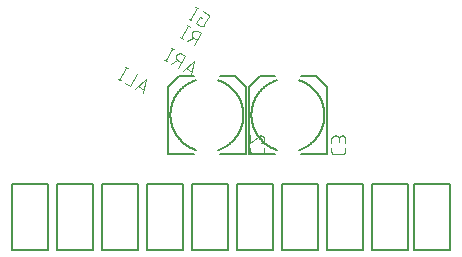
<source format=gbo>
G04 EAGLE Gerber RS-274X export*
G75*
%MOMM*%
%FSLAX34Y34*%
%LPD*%
%INBottom Silkscreen*%
%IPPOS*%
%AMOC8*
5,1,8,0,0,1.08239X$1,22.5*%
G01*
%ADD10C,0.152400*%
%ADD11C,0.203200*%
%ADD12C,0.101600*%


D10*
X0Y43180D02*
X30480Y43180D01*
X30480Y-12700D01*
X0Y-12700D01*
X0Y43180D01*
X38100Y43180D02*
X68580Y43180D01*
X68580Y-12700D01*
X38100Y-12700D01*
X38100Y43180D01*
X76200Y43180D02*
X106680Y43180D01*
X106680Y-12700D01*
X76200Y-12700D01*
X76200Y43180D01*
X114300Y43180D02*
X144780Y43180D01*
X144780Y-12700D01*
X114300Y-12700D01*
X114300Y43180D01*
X152400Y43180D02*
X182880Y43180D01*
X182880Y-12700D01*
X152400Y-12700D01*
X152400Y43180D01*
X190500Y43180D02*
X220980Y43180D01*
X220980Y-12700D01*
X190500Y-12700D01*
X190500Y43180D01*
X228600Y43180D02*
X259080Y43180D01*
X259080Y-12700D01*
X228600Y-12700D01*
X228600Y43180D01*
X266700Y43180D02*
X297180Y43180D01*
X297180Y-12700D01*
X266700Y-12700D01*
X266700Y43180D01*
X304800Y43180D02*
X335280Y43180D01*
X335280Y-12700D01*
X304800Y-12700D01*
X304800Y43180D01*
X340360Y43180D02*
X370840Y43180D01*
X370840Y-12700D01*
X340360Y-12700D01*
X340360Y43180D01*
D11*
X132100Y68600D02*
X132100Y125600D01*
X132100Y68600D02*
X154100Y68600D01*
X176100Y68600D02*
X198100Y68600D01*
X198100Y125600D01*
X189100Y134600D02*
X176100Y134600D01*
X154100Y134600D02*
X141100Y134600D01*
X132100Y125600D01*
X189100Y134600D02*
X198100Y125600D01*
X155600Y131099D02*
X154886Y130859D01*
X154178Y130602D01*
X153477Y130327D01*
X152782Y130035D01*
X152095Y129727D01*
X151416Y129402D01*
X150744Y129060D01*
X150082Y128702D01*
X149428Y128328D01*
X148783Y127939D01*
X148148Y127533D01*
X147523Y127113D01*
X146909Y126677D01*
X146305Y126226D01*
X145713Y125761D01*
X145132Y125282D01*
X144563Y124788D01*
X144006Y124281D01*
X143461Y123760D01*
X142930Y123227D01*
X142411Y122680D01*
X141907Y122121D01*
X141415Y121550D01*
X140938Y120967D01*
X140476Y120373D01*
X140027Y119767D01*
X139594Y119151D01*
X139176Y118525D01*
X138773Y117888D01*
X138386Y117242D01*
X138015Y116587D01*
X137660Y115922D01*
X137321Y115250D01*
X136999Y114569D01*
X136693Y113880D01*
X136404Y113185D01*
X136132Y112482D01*
X135878Y111773D01*
X135640Y111058D01*
X135421Y110338D01*
X135218Y109612D01*
X135034Y108882D01*
X134867Y108147D01*
X134719Y107409D01*
X134588Y106667D01*
X134476Y105922D01*
X134381Y105175D01*
X134305Y104425D01*
X134248Y103674D01*
X134208Y102922D01*
X134187Y102169D01*
X134184Y101416D01*
X134200Y100663D01*
X134234Y99910D01*
X134286Y99159D01*
X134356Y98409D01*
X134445Y97661D01*
X134552Y96915D01*
X134677Y96173D01*
X134820Y95433D01*
X134981Y94697D01*
X135160Y93966D01*
X135357Y93238D01*
X135572Y92516D01*
X135804Y91800D01*
X136053Y91089D01*
X136320Y90384D01*
X136603Y89687D01*
X136904Y88996D01*
X137221Y88313D01*
X137555Y87638D01*
X137905Y86971D01*
X138272Y86313D01*
X138654Y85664D01*
X139052Y85024D01*
X139465Y84394D01*
X139894Y83775D01*
X140338Y83166D01*
X140796Y82568D01*
X141269Y81982D01*
X141756Y81407D01*
X142256Y80845D01*
X142771Y80294D01*
X143298Y79757D01*
X143839Y79232D01*
X144392Y78721D01*
X144957Y78223D01*
X145535Y77739D01*
X146124Y77270D01*
X146724Y76815D01*
X147335Y76374D01*
X147957Y75949D01*
X148589Y75539D01*
X149230Y75145D01*
X149882Y74766D01*
X150542Y74403D01*
X151211Y74057D01*
X151888Y73726D01*
X152572Y73413D01*
X153265Y73116D01*
X153964Y72836D01*
X154670Y72573D01*
X155382Y72328D01*
X156100Y72100D01*
X174600Y72101D02*
X175314Y72341D01*
X176022Y72598D01*
X176723Y72873D01*
X177418Y73165D01*
X178105Y73473D01*
X178784Y73798D01*
X179456Y74140D01*
X180118Y74498D01*
X180772Y74872D01*
X181417Y75261D01*
X182052Y75667D01*
X182677Y76087D01*
X183291Y76523D01*
X183895Y76974D01*
X184487Y77439D01*
X185068Y77918D01*
X185637Y78412D01*
X186194Y78919D01*
X186739Y79440D01*
X187270Y79973D01*
X187789Y80520D01*
X188293Y81079D01*
X188785Y81650D01*
X189262Y82233D01*
X189724Y82827D01*
X190173Y83433D01*
X190606Y84049D01*
X191024Y84675D01*
X191427Y85312D01*
X191814Y85958D01*
X192185Y86613D01*
X192540Y87278D01*
X192879Y87950D01*
X193201Y88631D01*
X193507Y89320D01*
X193796Y90015D01*
X194068Y90718D01*
X194322Y91427D01*
X194560Y92142D01*
X194779Y92862D01*
X194982Y93588D01*
X195166Y94318D01*
X195333Y95053D01*
X195481Y95791D01*
X195612Y96533D01*
X195724Y97278D01*
X195819Y98025D01*
X195895Y98775D01*
X195952Y99526D01*
X195992Y100278D01*
X196013Y101031D01*
X196016Y101784D01*
X196000Y102537D01*
X195966Y103290D01*
X195914Y104041D01*
X195844Y104791D01*
X195755Y105539D01*
X195648Y106285D01*
X195523Y107027D01*
X195380Y107767D01*
X195219Y108503D01*
X195040Y109234D01*
X194843Y109962D01*
X194628Y110684D01*
X194396Y111400D01*
X194147Y112111D01*
X193880Y112816D01*
X193597Y113513D01*
X193296Y114204D01*
X192979Y114887D01*
X192645Y115562D01*
X192295Y116229D01*
X191928Y116887D01*
X191546Y117536D01*
X191148Y118176D01*
X190735Y118806D01*
X190306Y119425D01*
X189862Y120034D01*
X189404Y120632D01*
X188931Y121218D01*
X188444Y121793D01*
X187944Y122355D01*
X187429Y122906D01*
X186902Y123443D01*
X186361Y123968D01*
X185808Y124479D01*
X185243Y124977D01*
X184665Y125461D01*
X184076Y125930D01*
X183476Y126385D01*
X182865Y126826D01*
X182243Y127251D01*
X181611Y127661D01*
X180970Y128055D01*
X180318Y128434D01*
X179658Y128797D01*
X178989Y129143D01*
X178312Y129474D01*
X177628Y129787D01*
X176935Y130084D01*
X176236Y130364D01*
X175530Y130627D01*
X174818Y130872D01*
X174100Y131100D01*
D12*
X201908Y73401D02*
X201908Y70804D01*
X201910Y70705D01*
X201916Y70605D01*
X201925Y70506D01*
X201938Y70408D01*
X201955Y70310D01*
X201976Y70212D01*
X202001Y70116D01*
X202029Y70021D01*
X202061Y69927D01*
X202096Y69834D01*
X202135Y69742D01*
X202178Y69652D01*
X202223Y69564D01*
X202273Y69477D01*
X202325Y69393D01*
X202381Y69310D01*
X202439Y69230D01*
X202501Y69152D01*
X202566Y69077D01*
X202634Y69004D01*
X202704Y68934D01*
X202777Y68866D01*
X202852Y68801D01*
X202930Y68739D01*
X203010Y68681D01*
X203093Y68625D01*
X203177Y68573D01*
X203264Y68523D01*
X203352Y68478D01*
X203442Y68435D01*
X203534Y68396D01*
X203627Y68361D01*
X203721Y68329D01*
X203816Y68301D01*
X203912Y68276D01*
X204010Y68255D01*
X204108Y68238D01*
X204206Y68225D01*
X204305Y68216D01*
X204405Y68210D01*
X204504Y68208D01*
X210996Y68208D01*
X211095Y68210D01*
X211195Y68216D01*
X211294Y68225D01*
X211392Y68238D01*
X211490Y68255D01*
X211588Y68276D01*
X211684Y68301D01*
X211779Y68329D01*
X211873Y68361D01*
X211966Y68396D01*
X212058Y68435D01*
X212148Y68478D01*
X212236Y68523D01*
X212323Y68573D01*
X212407Y68625D01*
X212490Y68681D01*
X212570Y68739D01*
X212648Y68801D01*
X212723Y68866D01*
X212796Y68934D01*
X212866Y69004D01*
X212934Y69077D01*
X212999Y69152D01*
X213061Y69230D01*
X213119Y69310D01*
X213175Y69393D01*
X213227Y69477D01*
X213277Y69564D01*
X213322Y69652D01*
X213365Y69742D01*
X213404Y69834D01*
X213439Y69926D01*
X213471Y70021D01*
X213499Y70116D01*
X213524Y70212D01*
X213545Y70310D01*
X213562Y70408D01*
X213575Y70506D01*
X213584Y70605D01*
X213590Y70705D01*
X213592Y70804D01*
X213592Y73401D01*
X213592Y81336D02*
X213590Y81443D01*
X213584Y81549D01*
X213574Y81655D01*
X213561Y81761D01*
X213543Y81867D01*
X213522Y81971D01*
X213497Y82075D01*
X213468Y82178D01*
X213436Y82279D01*
X213399Y82379D01*
X213359Y82478D01*
X213316Y82576D01*
X213269Y82672D01*
X213218Y82766D01*
X213164Y82858D01*
X213107Y82948D01*
X213047Y83036D01*
X212983Y83121D01*
X212916Y83204D01*
X212846Y83285D01*
X212774Y83363D01*
X212698Y83439D01*
X212620Y83511D01*
X212539Y83581D01*
X212456Y83648D01*
X212371Y83712D01*
X212283Y83772D01*
X212193Y83829D01*
X212101Y83883D01*
X212007Y83934D01*
X211911Y83981D01*
X211813Y84024D01*
X211714Y84064D01*
X211614Y84101D01*
X211513Y84133D01*
X211410Y84162D01*
X211306Y84187D01*
X211202Y84208D01*
X211096Y84226D01*
X210990Y84239D01*
X210884Y84249D01*
X210778Y84255D01*
X210671Y84257D01*
X213592Y81336D02*
X213590Y81215D01*
X213584Y81094D01*
X213574Y80974D01*
X213561Y80853D01*
X213543Y80734D01*
X213522Y80614D01*
X213497Y80496D01*
X213468Y80379D01*
X213435Y80262D01*
X213399Y80147D01*
X213358Y80033D01*
X213315Y79920D01*
X213267Y79808D01*
X213216Y79699D01*
X213161Y79591D01*
X213103Y79484D01*
X213042Y79380D01*
X212977Y79278D01*
X212909Y79178D01*
X212838Y79080D01*
X212764Y78984D01*
X212687Y78891D01*
X212606Y78801D01*
X212523Y78713D01*
X212437Y78628D01*
X212348Y78545D01*
X212257Y78466D01*
X212163Y78389D01*
X212067Y78316D01*
X211969Y78246D01*
X211868Y78179D01*
X211765Y78115D01*
X211660Y78055D01*
X211553Y77998D01*
X211445Y77944D01*
X211335Y77894D01*
X211223Y77848D01*
X211110Y77805D01*
X210995Y77766D01*
X208399Y83284D02*
X208476Y83363D01*
X208557Y83439D01*
X208640Y83512D01*
X208725Y83582D01*
X208813Y83649D01*
X208903Y83713D01*
X208995Y83773D01*
X209090Y83830D01*
X209186Y83884D01*
X209284Y83935D01*
X209384Y83982D01*
X209486Y84026D01*
X209589Y84066D01*
X209693Y84102D01*
X209799Y84134D01*
X209905Y84163D01*
X210013Y84188D01*
X210121Y84210D01*
X210231Y84227D01*
X210340Y84241D01*
X210450Y84250D01*
X210561Y84256D01*
X210671Y84258D01*
X208399Y83284D02*
X201908Y77766D01*
X201908Y84257D01*
D11*
X200680Y68600D02*
X200680Y125600D01*
X200680Y68600D02*
X222680Y68600D01*
X244680Y68600D02*
X266680Y68600D01*
X266680Y125600D01*
X257680Y134600D02*
X244680Y134600D01*
X222680Y134600D02*
X209680Y134600D01*
X200680Y125600D01*
X257680Y134600D02*
X266680Y125600D01*
X224180Y131099D02*
X223466Y130859D01*
X222758Y130602D01*
X222057Y130327D01*
X221362Y130035D01*
X220675Y129727D01*
X219996Y129402D01*
X219324Y129060D01*
X218662Y128702D01*
X218008Y128328D01*
X217363Y127939D01*
X216728Y127533D01*
X216103Y127113D01*
X215489Y126677D01*
X214885Y126226D01*
X214293Y125761D01*
X213712Y125282D01*
X213143Y124788D01*
X212586Y124281D01*
X212041Y123760D01*
X211510Y123227D01*
X210991Y122680D01*
X210487Y122121D01*
X209995Y121550D01*
X209518Y120967D01*
X209056Y120373D01*
X208607Y119767D01*
X208174Y119151D01*
X207756Y118525D01*
X207353Y117888D01*
X206966Y117242D01*
X206595Y116587D01*
X206240Y115922D01*
X205901Y115250D01*
X205579Y114569D01*
X205273Y113880D01*
X204984Y113185D01*
X204712Y112482D01*
X204458Y111773D01*
X204220Y111058D01*
X204001Y110338D01*
X203798Y109612D01*
X203614Y108882D01*
X203447Y108147D01*
X203299Y107409D01*
X203168Y106667D01*
X203056Y105922D01*
X202961Y105175D01*
X202885Y104425D01*
X202828Y103674D01*
X202788Y102922D01*
X202767Y102169D01*
X202764Y101416D01*
X202780Y100663D01*
X202814Y99910D01*
X202866Y99159D01*
X202936Y98409D01*
X203025Y97661D01*
X203132Y96915D01*
X203257Y96173D01*
X203400Y95433D01*
X203561Y94697D01*
X203740Y93966D01*
X203937Y93238D01*
X204152Y92516D01*
X204384Y91800D01*
X204633Y91089D01*
X204900Y90384D01*
X205183Y89687D01*
X205484Y88996D01*
X205801Y88313D01*
X206135Y87638D01*
X206485Y86971D01*
X206852Y86313D01*
X207234Y85664D01*
X207632Y85024D01*
X208045Y84394D01*
X208474Y83775D01*
X208918Y83166D01*
X209376Y82568D01*
X209849Y81982D01*
X210336Y81407D01*
X210836Y80845D01*
X211351Y80294D01*
X211878Y79757D01*
X212419Y79232D01*
X212972Y78721D01*
X213537Y78223D01*
X214115Y77739D01*
X214704Y77270D01*
X215304Y76815D01*
X215915Y76374D01*
X216537Y75949D01*
X217169Y75539D01*
X217810Y75145D01*
X218462Y74766D01*
X219122Y74403D01*
X219791Y74057D01*
X220468Y73726D01*
X221152Y73413D01*
X221845Y73116D01*
X222544Y72836D01*
X223250Y72573D01*
X223962Y72328D01*
X224680Y72100D01*
X243180Y72101D02*
X243894Y72341D01*
X244602Y72598D01*
X245303Y72873D01*
X245998Y73165D01*
X246685Y73473D01*
X247364Y73798D01*
X248036Y74140D01*
X248698Y74498D01*
X249352Y74872D01*
X249997Y75261D01*
X250632Y75667D01*
X251257Y76087D01*
X251871Y76523D01*
X252475Y76974D01*
X253067Y77439D01*
X253648Y77918D01*
X254217Y78412D01*
X254774Y78919D01*
X255319Y79440D01*
X255850Y79973D01*
X256369Y80520D01*
X256873Y81079D01*
X257365Y81650D01*
X257842Y82233D01*
X258304Y82827D01*
X258753Y83433D01*
X259186Y84049D01*
X259604Y84675D01*
X260007Y85312D01*
X260394Y85958D01*
X260765Y86613D01*
X261120Y87278D01*
X261459Y87950D01*
X261781Y88631D01*
X262087Y89320D01*
X262376Y90015D01*
X262648Y90718D01*
X262902Y91427D01*
X263140Y92142D01*
X263359Y92862D01*
X263562Y93588D01*
X263746Y94318D01*
X263913Y95053D01*
X264061Y95791D01*
X264192Y96533D01*
X264304Y97278D01*
X264399Y98025D01*
X264475Y98775D01*
X264532Y99526D01*
X264572Y100278D01*
X264593Y101031D01*
X264596Y101784D01*
X264580Y102537D01*
X264546Y103290D01*
X264494Y104041D01*
X264424Y104791D01*
X264335Y105539D01*
X264228Y106285D01*
X264103Y107027D01*
X263960Y107767D01*
X263799Y108503D01*
X263620Y109234D01*
X263423Y109962D01*
X263208Y110684D01*
X262976Y111400D01*
X262727Y112111D01*
X262460Y112816D01*
X262177Y113513D01*
X261876Y114204D01*
X261559Y114887D01*
X261225Y115562D01*
X260875Y116229D01*
X260508Y116887D01*
X260126Y117536D01*
X259728Y118176D01*
X259315Y118806D01*
X258886Y119425D01*
X258442Y120034D01*
X257984Y120632D01*
X257511Y121218D01*
X257024Y121793D01*
X256524Y122355D01*
X256009Y122906D01*
X255482Y123443D01*
X254941Y123968D01*
X254388Y124479D01*
X253823Y124977D01*
X253245Y125461D01*
X252656Y125930D01*
X252056Y126385D01*
X251445Y126826D01*
X250823Y127251D01*
X250191Y127661D01*
X249550Y128055D01*
X248898Y128434D01*
X248238Y128797D01*
X247569Y129143D01*
X246892Y129474D01*
X246208Y129787D01*
X245515Y130084D01*
X244816Y130364D01*
X244110Y130627D01*
X243398Y130872D01*
X242680Y131100D01*
D12*
X270488Y73401D02*
X270488Y70804D01*
X270490Y70705D01*
X270496Y70605D01*
X270505Y70506D01*
X270518Y70408D01*
X270535Y70310D01*
X270556Y70212D01*
X270581Y70116D01*
X270609Y70021D01*
X270641Y69927D01*
X270676Y69834D01*
X270715Y69742D01*
X270758Y69652D01*
X270803Y69564D01*
X270853Y69477D01*
X270905Y69393D01*
X270961Y69310D01*
X271019Y69230D01*
X271081Y69152D01*
X271146Y69077D01*
X271214Y69004D01*
X271284Y68934D01*
X271357Y68866D01*
X271432Y68801D01*
X271510Y68739D01*
X271590Y68681D01*
X271673Y68625D01*
X271757Y68573D01*
X271844Y68523D01*
X271932Y68478D01*
X272022Y68435D01*
X272114Y68396D01*
X272207Y68361D01*
X272301Y68329D01*
X272396Y68301D01*
X272492Y68276D01*
X272590Y68255D01*
X272688Y68238D01*
X272786Y68225D01*
X272885Y68216D01*
X272985Y68210D01*
X273084Y68208D01*
X279576Y68208D01*
X279675Y68210D01*
X279775Y68216D01*
X279874Y68225D01*
X279972Y68238D01*
X280070Y68255D01*
X280168Y68276D01*
X280264Y68301D01*
X280359Y68329D01*
X280453Y68361D01*
X280546Y68396D01*
X280638Y68435D01*
X280728Y68478D01*
X280816Y68523D01*
X280903Y68573D01*
X280987Y68625D01*
X281070Y68681D01*
X281150Y68739D01*
X281228Y68801D01*
X281303Y68866D01*
X281376Y68934D01*
X281446Y69004D01*
X281514Y69077D01*
X281579Y69152D01*
X281641Y69230D01*
X281699Y69310D01*
X281755Y69393D01*
X281807Y69477D01*
X281857Y69564D01*
X281902Y69652D01*
X281945Y69742D01*
X281984Y69834D01*
X282019Y69926D01*
X282051Y70021D01*
X282079Y70116D01*
X282104Y70212D01*
X282125Y70310D01*
X282142Y70408D01*
X282155Y70506D01*
X282164Y70605D01*
X282170Y70705D01*
X282172Y70804D01*
X282172Y73401D01*
X270488Y77766D02*
X270488Y81012D01*
X270490Y81125D01*
X270496Y81238D01*
X270506Y81351D01*
X270520Y81464D01*
X270537Y81576D01*
X270559Y81687D01*
X270584Y81797D01*
X270614Y81907D01*
X270647Y82015D01*
X270684Y82122D01*
X270724Y82228D01*
X270769Y82332D01*
X270817Y82435D01*
X270868Y82536D01*
X270923Y82635D01*
X270981Y82732D01*
X271043Y82827D01*
X271108Y82920D01*
X271176Y83010D01*
X271247Y83098D01*
X271322Y83184D01*
X271399Y83267D01*
X271479Y83347D01*
X271562Y83424D01*
X271648Y83499D01*
X271736Y83570D01*
X271826Y83638D01*
X271919Y83703D01*
X272014Y83765D01*
X272111Y83823D01*
X272210Y83878D01*
X272311Y83929D01*
X272414Y83977D01*
X272518Y84022D01*
X272624Y84062D01*
X272731Y84099D01*
X272839Y84132D01*
X272949Y84162D01*
X273059Y84187D01*
X273170Y84209D01*
X273282Y84226D01*
X273395Y84240D01*
X273508Y84250D01*
X273621Y84256D01*
X273734Y84258D01*
X273847Y84256D01*
X273960Y84250D01*
X274073Y84240D01*
X274186Y84226D01*
X274298Y84209D01*
X274409Y84187D01*
X274519Y84162D01*
X274629Y84132D01*
X274737Y84099D01*
X274844Y84062D01*
X274950Y84022D01*
X275054Y83977D01*
X275157Y83929D01*
X275258Y83878D01*
X275357Y83823D01*
X275454Y83765D01*
X275549Y83703D01*
X275642Y83638D01*
X275732Y83570D01*
X275820Y83499D01*
X275906Y83424D01*
X275989Y83347D01*
X276069Y83267D01*
X276146Y83184D01*
X276221Y83098D01*
X276292Y83010D01*
X276360Y82920D01*
X276425Y82827D01*
X276487Y82732D01*
X276545Y82635D01*
X276600Y82536D01*
X276651Y82435D01*
X276699Y82332D01*
X276744Y82228D01*
X276784Y82122D01*
X276821Y82015D01*
X276854Y81907D01*
X276884Y81797D01*
X276909Y81687D01*
X276931Y81576D01*
X276948Y81464D01*
X276962Y81351D01*
X276972Y81238D01*
X276978Y81125D01*
X276980Y81012D01*
X282172Y81661D02*
X282172Y77766D01*
X282172Y81661D02*
X282170Y81762D01*
X282164Y81862D01*
X282154Y81962D01*
X282141Y82062D01*
X282123Y82161D01*
X282102Y82260D01*
X282077Y82357D01*
X282048Y82454D01*
X282015Y82549D01*
X281979Y82643D01*
X281939Y82735D01*
X281896Y82826D01*
X281849Y82915D01*
X281799Y83002D01*
X281745Y83088D01*
X281688Y83171D01*
X281628Y83251D01*
X281565Y83330D01*
X281498Y83406D01*
X281429Y83479D01*
X281357Y83549D01*
X281283Y83617D01*
X281206Y83682D01*
X281126Y83743D01*
X281044Y83802D01*
X280960Y83857D01*
X280874Y83909D01*
X280786Y83958D01*
X280696Y84003D01*
X280604Y84045D01*
X280511Y84083D01*
X280416Y84117D01*
X280321Y84148D01*
X280224Y84175D01*
X280126Y84198D01*
X280027Y84218D01*
X279927Y84233D01*
X279827Y84245D01*
X279727Y84253D01*
X279626Y84257D01*
X279526Y84257D01*
X279425Y84253D01*
X279325Y84245D01*
X279225Y84233D01*
X279125Y84218D01*
X279026Y84198D01*
X278928Y84175D01*
X278831Y84148D01*
X278736Y84117D01*
X278641Y84083D01*
X278548Y84045D01*
X278456Y84003D01*
X278366Y83958D01*
X278278Y83909D01*
X278192Y83857D01*
X278108Y83802D01*
X278026Y83743D01*
X277946Y83682D01*
X277869Y83617D01*
X277795Y83549D01*
X277723Y83479D01*
X277654Y83406D01*
X277587Y83330D01*
X277524Y83251D01*
X277464Y83171D01*
X277407Y83088D01*
X277353Y83002D01*
X277303Y82915D01*
X277256Y82826D01*
X277213Y82735D01*
X277173Y82643D01*
X277137Y82549D01*
X277104Y82454D01*
X277075Y82357D01*
X277050Y82260D01*
X277029Y82161D01*
X277011Y82062D01*
X276998Y81962D01*
X276988Y81862D01*
X276982Y81762D01*
X276980Y81661D01*
X276979Y81661D02*
X276979Y79064D01*
X110959Y120082D02*
X113428Y132148D01*
X104213Y123977D01*
X106517Y126020D02*
X111576Y123099D01*
X100148Y126323D02*
X105990Y136442D01*
X100148Y126323D02*
X95651Y128920D01*
X91088Y131554D02*
X96930Y141673D01*
X89964Y132204D02*
X92212Y130905D01*
X98054Y141024D02*
X95806Y142322D01*
X151599Y135322D02*
X154068Y147388D01*
X144853Y139217D01*
X147157Y141260D02*
X152216Y138339D01*
X140744Y141589D02*
X146586Y151708D01*
X143776Y153330D01*
X143776Y153331D02*
X143677Y153386D01*
X143576Y153437D01*
X143473Y153485D01*
X143369Y153530D01*
X143263Y153570D01*
X143156Y153607D01*
X143048Y153640D01*
X142938Y153670D01*
X142828Y153695D01*
X142717Y153717D01*
X142605Y153734D01*
X142492Y153748D01*
X142379Y153758D01*
X142266Y153764D01*
X142153Y153766D01*
X142040Y153764D01*
X141927Y153758D01*
X141814Y153748D01*
X141701Y153734D01*
X141589Y153717D01*
X141478Y153695D01*
X141368Y153670D01*
X141258Y153640D01*
X141150Y153607D01*
X141043Y153570D01*
X140937Y153530D01*
X140833Y153485D01*
X140730Y153437D01*
X140629Y153386D01*
X140530Y153331D01*
X140433Y153273D01*
X140338Y153211D01*
X140245Y153146D01*
X140155Y153078D01*
X140067Y153007D01*
X139981Y152932D01*
X139898Y152855D01*
X139818Y152775D01*
X139741Y152692D01*
X139666Y152606D01*
X139595Y152518D01*
X139527Y152428D01*
X139462Y152335D01*
X139400Y152240D01*
X139342Y152143D01*
X139287Y152044D01*
X139236Y151943D01*
X139188Y151840D01*
X139143Y151736D01*
X139103Y151630D01*
X139066Y151523D01*
X139033Y151415D01*
X139003Y151305D01*
X138978Y151195D01*
X138956Y151084D01*
X138939Y150972D01*
X138925Y150859D01*
X138915Y150746D01*
X138909Y150633D01*
X138907Y150520D01*
X138909Y150407D01*
X138915Y150294D01*
X138925Y150181D01*
X138939Y150068D01*
X138956Y149956D01*
X138978Y149845D01*
X139003Y149735D01*
X139033Y149625D01*
X139066Y149517D01*
X139103Y149410D01*
X139143Y149304D01*
X139188Y149200D01*
X139236Y149097D01*
X139287Y148996D01*
X139342Y148897D01*
X139400Y148800D01*
X139462Y148705D01*
X139527Y148612D01*
X139595Y148522D01*
X139666Y148433D01*
X139741Y148348D01*
X139818Y148265D01*
X139898Y148185D01*
X139981Y148108D01*
X140067Y148033D01*
X140155Y147962D01*
X140245Y147894D01*
X140338Y147829D01*
X140433Y147767D01*
X140530Y147709D01*
X143341Y146086D01*
X139968Y148033D02*
X135123Y144835D01*
X130078Y147747D02*
X135920Y157866D01*
X131203Y147098D02*
X128954Y148396D01*
X134796Y158515D02*
X137045Y157216D01*
X154139Y160722D02*
X159981Y170841D01*
X157170Y172464D01*
X157071Y172519D01*
X156970Y172570D01*
X156867Y172618D01*
X156763Y172663D01*
X156657Y172703D01*
X156550Y172740D01*
X156442Y172773D01*
X156332Y172803D01*
X156222Y172828D01*
X156111Y172850D01*
X155999Y172867D01*
X155886Y172881D01*
X155773Y172891D01*
X155660Y172897D01*
X155547Y172899D01*
X155434Y172897D01*
X155321Y172891D01*
X155208Y172881D01*
X155095Y172867D01*
X154983Y172850D01*
X154872Y172828D01*
X154762Y172803D01*
X154652Y172773D01*
X154544Y172740D01*
X154437Y172703D01*
X154331Y172663D01*
X154227Y172618D01*
X154124Y172570D01*
X154023Y172519D01*
X153924Y172464D01*
X153827Y172406D01*
X153732Y172344D01*
X153639Y172279D01*
X153549Y172211D01*
X153461Y172140D01*
X153375Y172065D01*
X153292Y171988D01*
X153212Y171908D01*
X153135Y171825D01*
X153060Y171739D01*
X152989Y171651D01*
X152921Y171561D01*
X152856Y171468D01*
X152794Y171373D01*
X152736Y171276D01*
X152681Y171177D01*
X152630Y171076D01*
X152582Y170973D01*
X152537Y170869D01*
X152497Y170763D01*
X152460Y170656D01*
X152427Y170548D01*
X152397Y170438D01*
X152372Y170328D01*
X152350Y170217D01*
X152333Y170105D01*
X152319Y169992D01*
X152309Y169879D01*
X152303Y169766D01*
X152301Y169653D01*
X152303Y169540D01*
X152309Y169427D01*
X152319Y169314D01*
X152333Y169201D01*
X152350Y169089D01*
X152372Y168978D01*
X152397Y168868D01*
X152427Y168758D01*
X152460Y168650D01*
X152497Y168543D01*
X152537Y168437D01*
X152582Y168333D01*
X152630Y168230D01*
X152681Y168129D01*
X152736Y168030D01*
X152794Y167933D01*
X152856Y167838D01*
X152921Y167745D01*
X152989Y167655D01*
X153060Y167566D01*
X153135Y167481D01*
X153212Y167398D01*
X153292Y167318D01*
X153375Y167241D01*
X153461Y167166D01*
X153549Y167095D01*
X153639Y167027D01*
X153732Y166962D01*
X153827Y166900D01*
X153924Y166842D01*
X156735Y165219D01*
X153362Y167167D02*
X148517Y163968D01*
X143473Y166880D02*
X149315Y176999D01*
X144597Y166231D02*
X142349Y167529D01*
X148191Y177648D02*
X150439Y176350D01*
X159383Y184829D02*
X161069Y183855D01*
X159383Y184829D02*
X156137Y179208D01*
X159510Y177260D01*
X159510Y177261D02*
X159597Y177213D01*
X159686Y177168D01*
X159776Y177127D01*
X159868Y177089D01*
X159962Y177055D01*
X160056Y177024D01*
X160152Y176997D01*
X160249Y176974D01*
X160346Y176954D01*
X160445Y176939D01*
X160543Y176927D01*
X160642Y176918D01*
X160742Y176914D01*
X160841Y176913D01*
X160941Y176916D01*
X161040Y176923D01*
X161139Y176934D01*
X161237Y176949D01*
X161335Y176967D01*
X161432Y176989D01*
X161528Y177015D01*
X161623Y177044D01*
X161717Y177077D01*
X161809Y177114D01*
X161900Y177154D01*
X161990Y177197D01*
X162077Y177244D01*
X162163Y177295D01*
X162247Y177348D01*
X162329Y177405D01*
X162408Y177465D01*
X162485Y177527D01*
X162560Y177593D01*
X162632Y177662D01*
X162701Y177733D01*
X162768Y177807D01*
X162832Y177883D01*
X162893Y177962D01*
X162950Y178043D01*
X163005Y178126D01*
X163056Y178211D01*
X163057Y178211D02*
X166302Y183832D01*
X166350Y183919D01*
X166395Y184008D01*
X166436Y184098D01*
X166474Y184190D01*
X166508Y184284D01*
X166539Y184378D01*
X166566Y184474D01*
X166589Y184571D01*
X166609Y184668D01*
X166624Y184767D01*
X166636Y184865D01*
X166645Y184964D01*
X166649Y185064D01*
X166650Y185163D01*
X166647Y185263D01*
X166640Y185362D01*
X166629Y185461D01*
X166614Y185559D01*
X166596Y185657D01*
X166574Y185754D01*
X166548Y185850D01*
X166519Y185945D01*
X166486Y186039D01*
X166449Y186131D01*
X166409Y186222D01*
X166366Y186312D01*
X166319Y186399D01*
X166268Y186485D01*
X166215Y186569D01*
X166158Y186651D01*
X166098Y186730D01*
X166036Y186807D01*
X165970Y186882D01*
X165901Y186954D01*
X165830Y187023D01*
X165756Y187090D01*
X165680Y187154D01*
X165601Y187214D01*
X165520Y187272D01*
X165437Y187327D01*
X165352Y187378D01*
X165352Y187379D02*
X161979Y189326D01*
X156541Y192466D02*
X150699Y182347D01*
X151823Y181698D02*
X149575Y182997D01*
X155417Y193115D02*
X157665Y191817D01*
M02*

</source>
